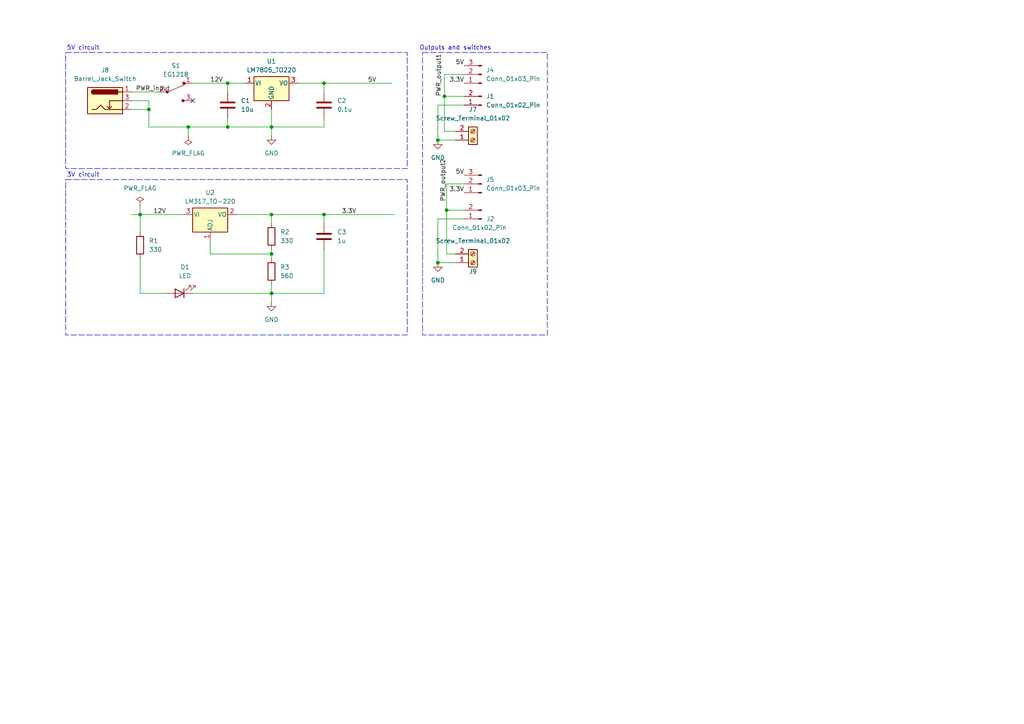
<source format=kicad_sch>
(kicad_sch
	(version 20231120)
	(generator "eeschema")
	(generator_version "8.0")
	(uuid "af2b334f-cd43-48e2-977c-5c8fa3bb11da")
	(paper "A4")
	(title_block
		(title "Bread board power supply")
		(date "2025-02-09")
		(rev "0.1")
	)
	(lib_symbols
		(symbol "Connector:Barrel_Jack_Switch"
			(pin_names hide)
			(exclude_from_sim no)
			(in_bom yes)
			(on_board yes)
			(property "Reference" "J"
				(at 0 5.334 0)
				(effects
					(font
						(size 1.27 1.27)
					)
				)
			)
			(property "Value" "Barrel_Jack_Switch"
				(at 0 -5.08 0)
				(effects
					(font
						(size 1.27 1.27)
					)
				)
			)
			(property "Footprint" ""
				(at 1.27 -1.016 0)
				(effects
					(font
						(size 1.27 1.27)
					)
					(hide yes)
				)
			)
			(property "Datasheet" "~"
				(at 1.27 -1.016 0)
				(effects
					(font
						(size 1.27 1.27)
					)
					(hide yes)
				)
			)
			(property "Description" "DC Barrel Jack with an internal switch"
				(at 0 0 0)
				(effects
					(font
						(size 1.27 1.27)
					)
					(hide yes)
				)
			)
			(property "ki_keywords" "DC power barrel jack connector"
				(at 0 0 0)
				(effects
					(font
						(size 1.27 1.27)
					)
					(hide yes)
				)
			)
			(property "ki_fp_filters" "BarrelJack*"
				(at 0 0 0)
				(effects
					(font
						(size 1.27 1.27)
					)
					(hide yes)
				)
			)
			(symbol "Barrel_Jack_Switch_0_1"
				(rectangle
					(start -5.08 3.81)
					(end 5.08 -3.81)
					(stroke
						(width 0.254)
						(type default)
					)
					(fill
						(type background)
					)
				)
				(arc
					(start -3.302 3.175)
					(mid -3.9343 2.54)
					(end -3.302 1.905)
					(stroke
						(width 0.254)
						(type default)
					)
					(fill
						(type none)
					)
				)
				(arc
					(start -3.302 3.175)
					(mid -3.9343 2.54)
					(end -3.302 1.905)
					(stroke
						(width 0.254)
						(type default)
					)
					(fill
						(type outline)
					)
				)
				(polyline
					(pts
						(xy 1.27 -2.286) (xy 1.905 -1.651)
					)
					(stroke
						(width 0.254)
						(type default)
					)
					(fill
						(type none)
					)
				)
				(polyline
					(pts
						(xy 5.08 2.54) (xy 3.81 2.54)
					)
					(stroke
						(width 0.254)
						(type default)
					)
					(fill
						(type none)
					)
				)
				(polyline
					(pts
						(xy 5.08 0) (xy 1.27 0) (xy 1.27 -2.286) (xy 0.635 -1.651)
					)
					(stroke
						(width 0.254)
						(type default)
					)
					(fill
						(type none)
					)
				)
				(polyline
					(pts
						(xy -3.81 -2.54) (xy -2.54 -2.54) (xy -1.27 -1.27) (xy 0 -2.54) (xy 2.54 -2.54) (xy 5.08 -2.54)
					)
					(stroke
						(width 0.254)
						(type default)
					)
					(fill
						(type none)
					)
				)
				(rectangle
					(start 3.683 3.175)
					(end -3.302 1.905)
					(stroke
						(width 0.254)
						(type default)
					)
					(fill
						(type outline)
					)
				)
			)
			(symbol "Barrel_Jack_Switch_1_1"
				(pin passive line
					(at 7.62 2.54 180)
					(length 2.54)
					(name "~"
						(effects
							(font
								(size 1.27 1.27)
							)
						)
					)
					(number "1"
						(effects
							(font
								(size 1.27 1.27)
							)
						)
					)
				)
				(pin passive line
					(at 7.62 -2.54 180)
					(length 2.54)
					(name "~"
						(effects
							(font
								(size 1.27 1.27)
							)
						)
					)
					(number "2"
						(effects
							(font
								(size 1.27 1.27)
							)
						)
					)
				)
				(pin passive line
					(at 7.62 0 180)
					(length 2.54)
					(name "~"
						(effects
							(font
								(size 1.27 1.27)
							)
						)
					)
					(number "3"
						(effects
							(font
								(size 1.27 1.27)
							)
						)
					)
				)
			)
		)
		(symbol "Connector:Conn_01x02_Pin"
			(pin_names
				(offset 1.016) hide)
			(exclude_from_sim no)
			(in_bom yes)
			(on_board yes)
			(property "Reference" "J"
				(at 0 2.54 0)
				(effects
					(font
						(size 1.27 1.27)
					)
				)
			)
			(property "Value" "Conn_01x02_Pin"
				(at 0 -5.08 0)
				(effects
					(font
						(size 1.27 1.27)
					)
				)
			)
			(property "Footprint" ""
				(at 0 0 0)
				(effects
					(font
						(size 1.27 1.27)
					)
					(hide yes)
				)
			)
			(property "Datasheet" "~"
				(at 0 0 0)
				(effects
					(font
						(size 1.27 1.27)
					)
					(hide yes)
				)
			)
			(property "Description" "Generic connector, single row, 01x02, script generated"
				(at 0 0 0)
				(effects
					(font
						(size 1.27 1.27)
					)
					(hide yes)
				)
			)
			(property "ki_locked" ""
				(at 0 0 0)
				(effects
					(font
						(size 1.27 1.27)
					)
				)
			)
			(property "ki_keywords" "connector"
				(at 0 0 0)
				(effects
					(font
						(size 1.27 1.27)
					)
					(hide yes)
				)
			)
			(property "ki_fp_filters" "Connector*:*_1x??_*"
				(at 0 0 0)
				(effects
					(font
						(size 1.27 1.27)
					)
					(hide yes)
				)
			)
			(symbol "Conn_01x02_Pin_1_1"
				(polyline
					(pts
						(xy 1.27 -2.54) (xy 0.8636 -2.54)
					)
					(stroke
						(width 0.1524)
						(type default)
					)
					(fill
						(type none)
					)
				)
				(polyline
					(pts
						(xy 1.27 0) (xy 0.8636 0)
					)
					(stroke
						(width 0.1524)
						(type default)
					)
					(fill
						(type none)
					)
				)
				(rectangle
					(start 0.8636 -2.413)
					(end 0 -2.667)
					(stroke
						(width 0.1524)
						(type default)
					)
					(fill
						(type outline)
					)
				)
				(rectangle
					(start 0.8636 0.127)
					(end 0 -0.127)
					(stroke
						(width 0.1524)
						(type default)
					)
					(fill
						(type outline)
					)
				)
				(pin passive line
					(at 5.08 0 180)
					(length 3.81)
					(name "Pin_1"
						(effects
							(font
								(size 1.27 1.27)
							)
						)
					)
					(number "1"
						(effects
							(font
								(size 1.27 1.27)
							)
						)
					)
				)
				(pin passive line
					(at 5.08 -2.54 180)
					(length 3.81)
					(name "Pin_2"
						(effects
							(font
								(size 1.27 1.27)
							)
						)
					)
					(number "2"
						(effects
							(font
								(size 1.27 1.27)
							)
						)
					)
				)
			)
		)
		(symbol "Connector:Conn_01x03_Pin"
			(pin_names
				(offset 1.016) hide)
			(exclude_from_sim no)
			(in_bom yes)
			(on_board yes)
			(property "Reference" "J"
				(at 0 5.08 0)
				(effects
					(font
						(size 1.27 1.27)
					)
				)
			)
			(property "Value" "Conn_01x03_Pin"
				(at 0 -5.08 0)
				(effects
					(font
						(size 1.27 1.27)
					)
				)
			)
			(property "Footprint" ""
				(at 0 0 0)
				(effects
					(font
						(size 1.27 1.27)
					)
					(hide yes)
				)
			)
			(property "Datasheet" "~"
				(at 0 0 0)
				(effects
					(font
						(size 1.27 1.27)
					)
					(hide yes)
				)
			)
			(property "Description" "Generic connector, single row, 01x03, script generated"
				(at 0 0 0)
				(effects
					(font
						(size 1.27 1.27)
					)
					(hide yes)
				)
			)
			(property "ki_locked" ""
				(at 0 0 0)
				(effects
					(font
						(size 1.27 1.27)
					)
				)
			)
			(property "ki_keywords" "connector"
				(at 0 0 0)
				(effects
					(font
						(size 1.27 1.27)
					)
					(hide yes)
				)
			)
			(property "ki_fp_filters" "Connector*:*_1x??_*"
				(at 0 0 0)
				(effects
					(font
						(size 1.27 1.27)
					)
					(hide yes)
				)
			)
			(symbol "Conn_01x03_Pin_1_1"
				(polyline
					(pts
						(xy 1.27 -2.54) (xy 0.8636 -2.54)
					)
					(stroke
						(width 0.1524)
						(type default)
					)
					(fill
						(type none)
					)
				)
				(polyline
					(pts
						(xy 1.27 0) (xy 0.8636 0)
					)
					(stroke
						(width 0.1524)
						(type default)
					)
					(fill
						(type none)
					)
				)
				(polyline
					(pts
						(xy 1.27 2.54) (xy 0.8636 2.54)
					)
					(stroke
						(width 0.1524)
						(type default)
					)
					(fill
						(type none)
					)
				)
				(rectangle
					(start 0.8636 -2.413)
					(end 0 -2.667)
					(stroke
						(width 0.1524)
						(type default)
					)
					(fill
						(type outline)
					)
				)
				(rectangle
					(start 0.8636 0.127)
					(end 0 -0.127)
					(stroke
						(width 0.1524)
						(type default)
					)
					(fill
						(type outline)
					)
				)
				(rectangle
					(start 0.8636 2.667)
					(end 0 2.413)
					(stroke
						(width 0.1524)
						(type default)
					)
					(fill
						(type outline)
					)
				)
				(pin passive line
					(at 5.08 2.54 180)
					(length 3.81)
					(name "Pin_1"
						(effects
							(font
								(size 1.27 1.27)
							)
						)
					)
					(number "1"
						(effects
							(font
								(size 1.27 1.27)
							)
						)
					)
				)
				(pin passive line
					(at 5.08 0 180)
					(length 3.81)
					(name "Pin_2"
						(effects
							(font
								(size 1.27 1.27)
							)
						)
					)
					(number "2"
						(effects
							(font
								(size 1.27 1.27)
							)
						)
					)
				)
				(pin passive line
					(at 5.08 -2.54 180)
					(length 3.81)
					(name "Pin_3"
						(effects
							(font
								(size 1.27 1.27)
							)
						)
					)
					(number "3"
						(effects
							(font
								(size 1.27 1.27)
							)
						)
					)
				)
			)
		)
		(symbol "Connector:Screw_Terminal_01x02"
			(pin_names
				(offset 1.016) hide)
			(exclude_from_sim no)
			(in_bom yes)
			(on_board yes)
			(property "Reference" "J"
				(at 0 2.54 0)
				(effects
					(font
						(size 1.27 1.27)
					)
				)
			)
			(property "Value" "Screw_Terminal_01x02"
				(at 0 -5.08 0)
				(effects
					(font
						(size 1.27 1.27)
					)
				)
			)
			(property "Footprint" ""
				(at 0 0 0)
				(effects
					(font
						(size 1.27 1.27)
					)
					(hide yes)
				)
			)
			(property "Datasheet" "~"
				(at 0 0 0)
				(effects
					(font
						(size 1.27 1.27)
					)
					(hide yes)
				)
			)
			(property "Description" "Generic screw terminal, single row, 01x02, script generated (kicad-library-utils/schlib/autogen/connector/)"
				(at 0 0 0)
				(effects
					(font
						(size 1.27 1.27)
					)
					(hide yes)
				)
			)
			(property "ki_keywords" "screw terminal"
				(at 0 0 0)
				(effects
					(font
						(size 1.27 1.27)
					)
					(hide yes)
				)
			)
			(property "ki_fp_filters" "TerminalBlock*:*"
				(at 0 0 0)
				(effects
					(font
						(size 1.27 1.27)
					)
					(hide yes)
				)
			)
			(symbol "Screw_Terminal_01x02_1_1"
				(rectangle
					(start -1.27 1.27)
					(end 1.27 -3.81)
					(stroke
						(width 0.254)
						(type default)
					)
					(fill
						(type background)
					)
				)
				(circle
					(center 0 -2.54)
					(radius 0.635)
					(stroke
						(width 0.1524)
						(type default)
					)
					(fill
						(type none)
					)
				)
				(polyline
					(pts
						(xy -0.5334 -2.2098) (xy 0.3302 -3.048)
					)
					(stroke
						(width 0.1524)
						(type default)
					)
					(fill
						(type none)
					)
				)
				(polyline
					(pts
						(xy -0.5334 0.3302) (xy 0.3302 -0.508)
					)
					(stroke
						(width 0.1524)
						(type default)
					)
					(fill
						(type none)
					)
				)
				(polyline
					(pts
						(xy -0.3556 -2.032) (xy 0.508 -2.8702)
					)
					(stroke
						(width 0.1524)
						(type default)
					)
					(fill
						(type none)
					)
				)
				(polyline
					(pts
						(xy -0.3556 0.508) (xy 0.508 -0.3302)
					)
					(stroke
						(width 0.1524)
						(type default)
					)
					(fill
						(type none)
					)
				)
				(circle
					(center 0 0)
					(radius 0.635)
					(stroke
						(width 0.1524)
						(type default)
					)
					(fill
						(type none)
					)
				)
				(pin passive line
					(at -5.08 0 0)
					(length 3.81)
					(name "Pin_1"
						(effects
							(font
								(size 1.27 1.27)
							)
						)
					)
					(number "1"
						(effects
							(font
								(size 1.27 1.27)
							)
						)
					)
				)
				(pin passive line
					(at -5.08 -2.54 0)
					(length 3.81)
					(name "Pin_2"
						(effects
							(font
								(size 1.27 1.27)
							)
						)
					)
					(number "2"
						(effects
							(font
								(size 1.27 1.27)
							)
						)
					)
				)
			)
		)
		(symbol "Device:C"
			(pin_numbers hide)
			(pin_names
				(offset 0.254)
			)
			(exclude_from_sim no)
			(in_bom yes)
			(on_board yes)
			(property "Reference" "C"
				(at 0.635 2.54 0)
				(effects
					(font
						(size 1.27 1.27)
					)
					(justify left)
				)
			)
			(property "Value" "C"
				(at 0.635 -2.54 0)
				(effects
					(font
						(size 1.27 1.27)
					)
					(justify left)
				)
			)
			(property "Footprint" ""
				(at 0.9652 -3.81 0)
				(effects
					(font
						(size 1.27 1.27)
					)
					(hide yes)
				)
			)
			(property "Datasheet" "~"
				(at 0 0 0)
				(effects
					(font
						(size 1.27 1.27)
					)
					(hide yes)
				)
			)
			(property "Description" "Unpolarized capacitor"
				(at 0 0 0)
				(effects
					(font
						(size 1.27 1.27)
					)
					(hide yes)
				)
			)
			(property "ki_keywords" "cap capacitor"
				(at 0 0 0)
				(effects
					(font
						(size 1.27 1.27)
					)
					(hide yes)
				)
			)
			(property "ki_fp_filters" "C_*"
				(at 0 0 0)
				(effects
					(font
						(size 1.27 1.27)
					)
					(hide yes)
				)
			)
			(symbol "C_0_1"
				(polyline
					(pts
						(xy -2.032 -0.762) (xy 2.032 -0.762)
					)
					(stroke
						(width 0.508)
						(type default)
					)
					(fill
						(type none)
					)
				)
				(polyline
					(pts
						(xy -2.032 0.762) (xy 2.032 0.762)
					)
					(stroke
						(width 0.508)
						(type default)
					)
					(fill
						(type none)
					)
				)
			)
			(symbol "C_1_1"
				(pin passive line
					(at 0 3.81 270)
					(length 2.794)
					(name "~"
						(effects
							(font
								(size 1.27 1.27)
							)
						)
					)
					(number "1"
						(effects
							(font
								(size 1.27 1.27)
							)
						)
					)
				)
				(pin passive line
					(at 0 -3.81 90)
					(length 2.794)
					(name "~"
						(effects
							(font
								(size 1.27 1.27)
							)
						)
					)
					(number "2"
						(effects
							(font
								(size 1.27 1.27)
							)
						)
					)
				)
			)
		)
		(symbol "Device:LED"
			(pin_numbers hide)
			(pin_names
				(offset 1.016) hide)
			(exclude_from_sim no)
			(in_bom yes)
			(on_board yes)
			(property "Reference" "D"
				(at 0 2.54 0)
				(effects
					(font
						(size 1.27 1.27)
					)
				)
			)
			(property "Value" "LED"
				(at 0 -2.54 0)
				(effects
					(font
						(size 1.27 1.27)
					)
				)
			)
			(property "Footprint" ""
				(at 0 0 0)
				(effects
					(font
						(size 1.27 1.27)
					)
					(hide yes)
				)
			)
			(property "Datasheet" "~"
				(at 0 0 0)
				(effects
					(font
						(size 1.27 1.27)
					)
					(hide yes)
				)
			)
			(property "Description" "Light emitting diode"
				(at 0 0 0)
				(effects
					(font
						(size 1.27 1.27)
					)
					(hide yes)
				)
			)
			(property "ki_keywords" "LED diode"
				(at 0 0 0)
				(effects
					(font
						(size 1.27 1.27)
					)
					(hide yes)
				)
			)
			(property "ki_fp_filters" "LED* LED_SMD:* LED_THT:*"
				(at 0 0 0)
				(effects
					(font
						(size 1.27 1.27)
					)
					(hide yes)
				)
			)
			(symbol "LED_0_1"
				(polyline
					(pts
						(xy -1.27 -1.27) (xy -1.27 1.27)
					)
					(stroke
						(width 0.254)
						(type default)
					)
					(fill
						(type none)
					)
				)
				(polyline
					(pts
						(xy -1.27 0) (xy 1.27 0)
					)
					(stroke
						(width 0)
						(type default)
					)
					(fill
						(type none)
					)
				)
				(polyline
					(pts
						(xy 1.27 -1.27) (xy 1.27 1.27) (xy -1.27 0) (xy 1.27 -1.27)
					)
					(stroke
						(width 0.254)
						(type default)
					)
					(fill
						(type none)
					)
				)
				(polyline
					(pts
						(xy -3.048 -0.762) (xy -4.572 -2.286) (xy -3.81 -2.286) (xy -4.572 -2.286) (xy -4.572 -1.524)
					)
					(stroke
						(width 0)
						(type default)
					)
					(fill
						(type none)
					)
				)
				(polyline
					(pts
						(xy -1.778 -0.762) (xy -3.302 -2.286) (xy -2.54 -2.286) (xy -3.302 -2.286) (xy -3.302 -1.524)
					)
					(stroke
						(width 0)
						(type default)
					)
					(fill
						(type none)
					)
				)
			)
			(symbol "LED_1_1"
				(pin passive line
					(at -3.81 0 0)
					(length 2.54)
					(name "K"
						(effects
							(font
								(size 1.27 1.27)
							)
						)
					)
					(number "1"
						(effects
							(font
								(size 1.27 1.27)
							)
						)
					)
				)
				(pin passive line
					(at 3.81 0 180)
					(length 2.54)
					(name "A"
						(effects
							(font
								(size 1.27 1.27)
							)
						)
					)
					(number "2"
						(effects
							(font
								(size 1.27 1.27)
							)
						)
					)
				)
			)
		)
		(symbol "Device:R"
			(pin_numbers hide)
			(pin_names
				(offset 0)
			)
			(exclude_from_sim no)
			(in_bom yes)
			(on_board yes)
			(property "Reference" "R"
				(at 2.032 0 90)
				(effects
					(font
						(size 1.27 1.27)
					)
				)
			)
			(property "Value" "R"
				(at 0 0 90)
				(effects
					(font
						(size 1.27 1.27)
					)
				)
			)
			(property "Footprint" ""
				(at -1.778 0 90)
				(effects
					(font
						(size 1.27 1.27)
					)
					(hide yes)
				)
			)
			(property "Datasheet" "~"
				(at 0 0 0)
				(effects
					(font
						(size 1.27 1.27)
					)
					(hide yes)
				)
			)
			(property "Description" "Resistor"
				(at 0 0 0)
				(effects
					(font
						(size 1.27 1.27)
					)
					(hide yes)
				)
			)
			(property "ki_keywords" "R res resistor"
				(at 0 0 0)
				(effects
					(font
						(size 1.27 1.27)
					)
					(hide yes)
				)
			)
			(property "ki_fp_filters" "R_*"
				(at 0 0 0)
				(effects
					(font
						(size 1.27 1.27)
					)
					(hide yes)
				)
			)
			(symbol "R_0_1"
				(rectangle
					(start -1.016 -2.54)
					(end 1.016 2.54)
					(stroke
						(width 0.254)
						(type default)
					)
					(fill
						(type none)
					)
				)
			)
			(symbol "R_1_1"
				(pin passive line
					(at 0 3.81 270)
					(length 1.27)
					(name "~"
						(effects
							(font
								(size 1.27 1.27)
							)
						)
					)
					(number "1"
						(effects
							(font
								(size 1.27 1.27)
							)
						)
					)
				)
				(pin passive line
					(at 0 -3.81 90)
					(length 1.27)
					(name "~"
						(effects
							(font
								(size 1.27 1.27)
							)
						)
					)
					(number "2"
						(effects
							(font
								(size 1.27 1.27)
							)
						)
					)
				)
			)
		)
		(symbol "Regulator_Linear:LM317_TO-220"
			(pin_names
				(offset 0.254)
			)
			(exclude_from_sim no)
			(in_bom yes)
			(on_board yes)
			(property "Reference" "U"
				(at -3.81 3.175 0)
				(effects
					(font
						(size 1.27 1.27)
					)
				)
			)
			(property "Value" "LM317_TO-220"
				(at 0 3.175 0)
				(effects
					(font
						(size 1.27 1.27)
					)
					(justify left)
				)
			)
			(property "Footprint" "Package_TO_SOT_THT:TO-220-3_Vertical"
				(at 0 6.35 0)
				(effects
					(font
						(size 1.27 1.27)
						(italic yes)
					)
					(hide yes)
				)
			)
			(property "Datasheet" "http://www.ti.com/lit/ds/symlink/lm317.pdf"
				(at 0 0 0)
				(effects
					(font
						(size 1.27 1.27)
					)
					(hide yes)
				)
			)
			(property "Description" "1.5A 35V Adjustable Linear Regulator, TO-220"
				(at 0 0 0)
				(effects
					(font
						(size 1.27 1.27)
					)
					(hide yes)
				)
			)
			(property "ki_keywords" "Adjustable Voltage Regulator 1A Positive"
				(at 0 0 0)
				(effects
					(font
						(size 1.27 1.27)
					)
					(hide yes)
				)
			)
			(property "ki_fp_filters" "TO?220*"
				(at 0 0 0)
				(effects
					(font
						(size 1.27 1.27)
					)
					(hide yes)
				)
			)
			(symbol "LM317_TO-220_0_1"
				(rectangle
					(start -5.08 1.905)
					(end 5.08 -5.08)
					(stroke
						(width 0.254)
						(type default)
					)
					(fill
						(type background)
					)
				)
			)
			(symbol "LM317_TO-220_1_1"
				(pin input line
					(at 0 -7.62 90)
					(length 2.54)
					(name "ADJ"
						(effects
							(font
								(size 1.27 1.27)
							)
						)
					)
					(number "1"
						(effects
							(font
								(size 1.27 1.27)
							)
						)
					)
				)
				(pin power_out line
					(at 7.62 0 180)
					(length 2.54)
					(name "VO"
						(effects
							(font
								(size 1.27 1.27)
							)
						)
					)
					(number "2"
						(effects
							(font
								(size 1.27 1.27)
							)
						)
					)
				)
				(pin power_in line
					(at -7.62 0 0)
					(length 2.54)
					(name "VI"
						(effects
							(font
								(size 1.27 1.27)
							)
						)
					)
					(number "3"
						(effects
							(font
								(size 1.27 1.27)
							)
						)
					)
				)
			)
		)
		(symbol "Regulator_Linear:LM7805_TO220"
			(pin_names
				(offset 0.254)
			)
			(exclude_from_sim no)
			(in_bom yes)
			(on_board yes)
			(property "Reference" "U"
				(at -3.81 3.175 0)
				(effects
					(font
						(size 1.27 1.27)
					)
				)
			)
			(property "Value" "LM7805_TO220"
				(at 0 3.175 0)
				(effects
					(font
						(size 1.27 1.27)
					)
					(justify left)
				)
			)
			(property "Footprint" "Package_TO_SOT_THT:TO-220-3_Vertical"
				(at 0 5.715 0)
				(effects
					(font
						(size 1.27 1.27)
						(italic yes)
					)
					(hide yes)
				)
			)
			(property "Datasheet" "https://www.onsemi.cn/PowerSolutions/document/MC7800-D.PDF"
				(at 0 -1.27 0)
				(effects
					(font
						(size 1.27 1.27)
					)
					(hide yes)
				)
			)
			(property "Description" "Positive 1A 35V Linear Regulator, Fixed Output 5V, TO-220"
				(at 0 0 0)
				(effects
					(font
						(size 1.27 1.27)
					)
					(hide yes)
				)
			)
			(property "ki_keywords" "Voltage Regulator 1A Positive"
				(at 0 0 0)
				(effects
					(font
						(size 1.27 1.27)
					)
					(hide yes)
				)
			)
			(property "ki_fp_filters" "TO?220*"
				(at 0 0 0)
				(effects
					(font
						(size 1.27 1.27)
					)
					(hide yes)
				)
			)
			(symbol "LM7805_TO220_0_1"
				(rectangle
					(start -5.08 1.905)
					(end 5.08 -5.08)
					(stroke
						(width 0.254)
						(type default)
					)
					(fill
						(type background)
					)
				)
			)
			(symbol "LM7805_TO220_1_1"
				(pin power_in line
					(at -7.62 0 0)
					(length 2.54)
					(name "VI"
						(effects
							(font
								(size 1.27 1.27)
							)
						)
					)
					(number "1"
						(effects
							(font
								(size 1.27 1.27)
							)
						)
					)
				)
				(pin power_in line
					(at 0 -7.62 90)
					(length 2.54)
					(name "GND"
						(effects
							(font
								(size 1.27 1.27)
							)
						)
					)
					(number "2"
						(effects
							(font
								(size 1.27 1.27)
							)
						)
					)
				)
				(pin power_out line
					(at 7.62 0 180)
					(length 2.54)
					(name "VO"
						(effects
							(font
								(size 1.27 1.27)
							)
						)
					)
					(number "3"
						(effects
							(font
								(size 1.27 1.27)
							)
						)
					)
				)
			)
		)
		(symbol "dk_Slide-Switches:EG1218"
			(pin_names
				(offset 0)
			)
			(exclude_from_sim no)
			(in_bom yes)
			(on_board yes)
			(property "Reference" "S"
				(at -3.81 2.286 0)
				(effects
					(font
						(size 1.27 1.27)
					)
				)
			)
			(property "Value" "EG1218"
				(at 0 -5.334 0)
				(effects
					(font
						(size 1.27 1.27)
					)
				)
			)
			(property "Footprint" "digikey-footprints:Switch_Slide_11.6x4mm_EG1218"
				(at 5.08 5.08 0)
				(effects
					(font
						(size 1.27 1.27)
					)
					(justify left)
					(hide yes)
				)
			)
			(property "Datasheet" "http://spec_sheets.e-switch.com/specs/P040040.pdf"
				(at 5.08 7.62 0)
				(effects
					(font
						(size 1.524 1.524)
					)
					(justify left)
					(hide yes)
				)
			)
			(property "Description" "SWITCH SLIDE SPDT 200MA 30V"
				(at 0 0 0)
				(effects
					(font
						(size 1.27 1.27)
					)
					(hide yes)
				)
			)
			(property "Digi-Key_PN" "EG1903-ND"
				(at 5.08 10.16 0)
				(effects
					(font
						(size 1.524 1.524)
					)
					(justify left)
					(hide yes)
				)
			)
			(property "MPN" "EG1218"
				(at 5.08 12.7 0)
				(effects
					(font
						(size 1.524 1.524)
					)
					(justify left)
					(hide yes)
				)
			)
			(property "Category" "Switches"
				(at 5.08 15.24 0)
				(effects
					(font
						(size 1.524 1.524)
					)
					(justify left)
					(hide yes)
				)
			)
			(property "Family" "Slide Switches"
				(at 5.08 17.78 0)
				(effects
					(font
						(size 1.524 1.524)
					)
					(justify left)
					(hide yes)
				)
			)
			(property "DK_Datasheet_Link" "http://spec_sheets.e-switch.com/specs/P040040.pdf"
				(at 5.08 20.32 0)
				(effects
					(font
						(size 1.524 1.524)
					)
					(justify left)
					(hide yes)
				)
			)
			(property "DK_Detail_Page" "/product-detail/en/e-switch/EG1218/EG1903-ND/101726"
				(at 5.08 22.86 0)
				(effects
					(font
						(size 1.524 1.524)
					)
					(justify left)
					(hide yes)
				)
			)
			(property "Description_1" "SWITCH SLIDE SPDT 200MA 30V"
				(at 5.08 25.4 0)
				(effects
					(font
						(size 1.524 1.524)
					)
					(justify left)
					(hide yes)
				)
			)
			(property "Manufacturer" "E-Switch"
				(at 5.08 27.94 0)
				(effects
					(font
						(size 1.524 1.524)
					)
					(justify left)
					(hide yes)
				)
			)
			(property "Status" "Active"
				(at 5.08 30.48 0)
				(effects
					(font
						(size 1.524 1.524)
					)
					(justify left)
					(hide yes)
				)
			)
			(property "ki_keywords" "EG1903-ND EG"
				(at 0 0 0)
				(effects
					(font
						(size 1.27 1.27)
					)
					(hide yes)
				)
			)
			(symbol "EG1218_0_1"
				(circle
					(center -2.286 0)
					(radius 0.3556)
					(stroke
						(width 0)
						(type solid)
					)
					(fill
						(type outline)
					)
				)
				(polyline
					(pts
						(xy -2.032 0) (xy 3.048 2.286)
					)
					(stroke
						(width 0)
						(type solid)
					)
					(fill
						(type none)
					)
				)
				(circle
					(center 2.286 -2.54)
					(radius 0.3556)
					(stroke
						(width 0)
						(type solid)
					)
					(fill
						(type outline)
					)
				)
				(circle
					(center 2.54 2.54)
					(radius 0.3556)
					(stroke
						(width 0)
						(type solid)
					)
					(fill
						(type outline)
					)
				)
			)
			(symbol "EG1218_1_1"
				(pin passive line
					(at 5.08 2.54 180)
					(length 2.54)
					(name "~"
						(effects
							(font
								(size 1.27 1.27)
							)
						)
					)
					(number "1"
						(effects
							(font
								(size 1.27 1.27)
							)
						)
					)
				)
				(pin passive line
					(at -5.08 0 0)
					(length 2.54)
					(name "~"
						(effects
							(font
								(size 1.27 1.27)
							)
						)
					)
					(number "2"
						(effects
							(font
								(size 1.27 1.27)
							)
						)
					)
				)
				(pin passive line
					(at 5.08 -2.54 180)
					(length 2.54)
					(name "~"
						(effects
							(font
								(size 1.27 1.27)
							)
						)
					)
					(number "3"
						(effects
							(font
								(size 1.27 1.27)
							)
						)
					)
				)
			)
		)
		(symbol "power:GND"
			(power)
			(pin_numbers hide)
			(pin_names
				(offset 0) hide)
			(exclude_from_sim no)
			(in_bom yes)
			(on_board yes)
			(property "Reference" "#PWR"
				(at 0 -6.35 0)
				(effects
					(font
						(size 1.27 1.27)
					)
					(hide yes)
				)
			)
			(property "Value" "GND"
				(at 0 -3.81 0)
				(effects
					(font
						(size 1.27 1.27)
					)
				)
			)
			(property "Footprint" ""
				(at 0 0 0)
				(effects
					(font
						(size 1.27 1.27)
					)
					(hide yes)
				)
			)
			(property "Datasheet" ""
				(at 0 0 0)
				(effects
					(font
						(size 1.27 1.27)
					)
					(hide yes)
				)
			)
			(property "Description" "Power symbol creates a global label with name \"GND\" , ground"
				(at 0 0 0)
				(effects
					(font
						(size 1.27 1.27)
					)
					(hide yes)
				)
			)
			(property "ki_keywords" "global power"
				(at 0 0 0)
				(effects
					(font
						(size 1.27 1.27)
					)
					(hide yes)
				)
			)
			(symbol "GND_0_1"
				(polyline
					(pts
						(xy 0 0) (xy 0 -1.27) (xy 1.27 -1.27) (xy 0 -2.54) (xy -1.27 -1.27) (xy 0 -1.27)
					)
					(stroke
						(width 0)
						(type default)
					)
					(fill
						(type none)
					)
				)
			)
			(symbol "GND_1_1"
				(pin power_in line
					(at 0 0 270)
					(length 0)
					(name "~"
						(effects
							(font
								(size 1.27 1.27)
							)
						)
					)
					(number "1"
						(effects
							(font
								(size 1.27 1.27)
							)
						)
					)
				)
			)
		)
		(symbol "power:PWR_FLAG"
			(power)
			(pin_numbers hide)
			(pin_names
				(offset 0) hide)
			(exclude_from_sim no)
			(in_bom yes)
			(on_board yes)
			(property "Reference" "#FLG"
				(at 0 1.905 0)
				(effects
					(font
						(size 1.27 1.27)
					)
					(hide yes)
				)
			)
			(property "Value" "PWR_FLAG"
				(at 0 3.81 0)
				(effects
					(font
						(size 1.27 1.27)
					)
				)
			)
			(property "Footprint" ""
				(at 0 0 0)
				(effects
					(font
						(size 1.27 1.27)
					)
					(hide yes)
				)
			)
			(property "Datasheet" "~"
				(at 0 0 0)
				(effects
					(font
						(size 1.27 1.27)
					)
					(hide yes)
				)
			)
			(property "Description" "Special symbol for telling ERC where power comes from"
				(at 0 0 0)
				(effects
					(font
						(size 1.27 1.27)
					)
					(hide yes)
				)
			)
			(property "ki_keywords" "flag power"
				(at 0 0 0)
				(effects
					(font
						(size 1.27 1.27)
					)
					(hide yes)
				)
			)
			(symbol "PWR_FLAG_0_0"
				(pin power_out line
					(at 0 0 90)
					(length 0)
					(name "~"
						(effects
							(font
								(size 1.27 1.27)
							)
						)
					)
					(number "1"
						(effects
							(font
								(size 1.27 1.27)
							)
						)
					)
				)
			)
			(symbol "PWR_FLAG_0_1"
				(polyline
					(pts
						(xy 0 0) (xy 0 1.27) (xy -1.016 1.905) (xy 0 2.54) (xy 1.016 1.905) (xy 0 1.27)
					)
					(stroke
						(width 0)
						(type default)
					)
					(fill
						(type none)
					)
				)
			)
		)
	)
	(junction
		(at 40.64 62.23)
		(diameter 0)
		(color 0 0 0 0)
		(uuid "011d4316-f7df-4497-aedf-550816ee6ce0")
	)
	(junction
		(at 93.98 24.13)
		(diameter 0)
		(color 0 0 0 0)
		(uuid "12303a09-63d9-427f-8fda-15bbc9ad2148")
	)
	(junction
		(at 66.04 36.83)
		(diameter 0)
		(color 0 0 0 0)
		(uuid "19fd47d6-2ad4-4e55-94a5-8308c47593c6")
	)
	(junction
		(at 127 76.2)
		(diameter 0)
		(color 0 0 0 0)
		(uuid "3e5b4a7a-e9cf-42cd-92fd-2c97c71d4641")
	)
	(junction
		(at 93.98 62.23)
		(diameter 0)
		(color 0 0 0 0)
		(uuid "3f110128-42d6-454b-b3d2-39468956986b")
	)
	(junction
		(at 78.74 73.66)
		(diameter 0)
		(color 0 0 0 0)
		(uuid "7629dd06-6fc6-4a39-ac71-6c52f035ed5a")
	)
	(junction
		(at 78.74 36.83)
		(diameter 0)
		(color 0 0 0 0)
		(uuid "83241b44-5b22-46d4-9aec-f7b3ccf453e5")
	)
	(junction
		(at 127 40.64)
		(diameter 0)
		(color 0 0 0 0)
		(uuid "98569a98-a0e1-4697-a986-a28b7439aa13")
	)
	(junction
		(at 78.74 62.23)
		(diameter 0)
		(color 0 0 0 0)
		(uuid "9c3f43a2-597f-4d87-a707-8e008bc90961")
	)
	(junction
		(at 128.905 27.94)
		(diameter 0)
		(color 0 0 0 0)
		(uuid "a1c6af22-92d2-4ac8-b415-ad5e77ba865d")
	)
	(junction
		(at 54.61 36.83)
		(diameter 0)
		(color 0 0 0 0)
		(uuid "aa015989-76b5-44c7-92f0-af58c547463a")
	)
	(junction
		(at 43.18 31.75)
		(diameter 0)
		(color 0 0 0 0)
		(uuid "af6b00ed-0c2c-442c-a19e-7799b2c3c28b")
	)
	(junction
		(at 129.54 60.96)
		(diameter 0)
		(color 0 0 0 0)
		(uuid "ca663757-fdbd-489d-bf9c-10de8d0e9291")
	)
	(junction
		(at 66.04 24.13)
		(diameter 0)
		(color 0 0 0 0)
		(uuid "e569253a-744f-4e82-94ff-62163f2b22c1")
	)
	(junction
		(at 78.74 85.09)
		(diameter 0)
		(color 0 0 0 0)
		(uuid "e99a7d3d-03fa-418e-8d63-cfd48b1184d4")
	)
	(no_connect
		(at 55.88 29.21)
		(uuid "d28c35b3-3276-4bb0-b496-7e2ae9cae977")
	)
	(wire
		(pts
			(xy 93.98 62.23) (xy 114.3 62.23)
		)
		(stroke
			(width 0)
			(type default)
		)
		(uuid "0296765a-3716-4c6c-93a1-a7c6be9eeeed")
	)
	(wire
		(pts
			(xy 93.98 24.13) (xy 113.665 24.13)
		)
		(stroke
			(width 0)
			(type default)
		)
		(uuid "04c1e741-461a-4405-b370-47e7cebb3c7a")
	)
	(wire
		(pts
			(xy 40.64 62.23) (xy 40.64 67.31)
		)
		(stroke
			(width 0)
			(type default)
		)
		(uuid "05d63d6a-2e75-48e4-bc6b-fee660e6ca86")
	)
	(wire
		(pts
			(xy 40.64 74.93) (xy 40.64 85.09)
		)
		(stroke
			(width 0)
			(type default)
		)
		(uuid "0b6d7983-ff3c-49bf-b597-8965753fa5ba")
	)
	(wire
		(pts
			(xy 38.1 26.67) (xy 45.72 26.67)
		)
		(stroke
			(width 0)
			(type default)
		)
		(uuid "14e32e80-aad0-4696-b29b-0f39eba87322")
	)
	(wire
		(pts
			(xy 78.74 72.39) (xy 78.74 73.66)
		)
		(stroke
			(width 0)
			(type default)
		)
		(uuid "1f714074-4e5e-4539-aca3-1c8ed82deb66")
	)
	(wire
		(pts
			(xy 93.98 62.23) (xy 93.98 64.77)
		)
		(stroke
			(width 0)
			(type default)
		)
		(uuid "22fd7515-5d91-4acb-8aaa-640d688aac35")
	)
	(wire
		(pts
			(xy 66.04 24.13) (xy 71.12 24.13)
		)
		(stroke
			(width 0)
			(type default)
		)
		(uuid "30df9ea9-a8a9-4e2e-8bf9-ff6dc70c7f16")
	)
	(wire
		(pts
			(xy 127 76.2) (xy 132.08 76.2)
		)
		(stroke
			(width 0)
			(type default)
		)
		(uuid "3320069a-65d5-47dd-997c-0e85c1ea81f6")
	)
	(wire
		(pts
			(xy 78.74 85.09) (xy 93.98 85.09)
		)
		(stroke
			(width 0)
			(type default)
		)
		(uuid "35944931-86f8-499b-bc89-5e2c6c9b95c7")
	)
	(wire
		(pts
			(xy 128.27 27.94) (xy 128.905 27.94)
		)
		(stroke
			(width 0)
			(type default)
		)
		(uuid "37f80547-7505-4d88-a5b8-debb4826c9e2")
	)
	(wire
		(pts
			(xy 78.74 39.37) (xy 78.74 36.83)
		)
		(stroke
			(width 0)
			(type default)
		)
		(uuid "399c75df-ba07-41d4-b024-d97f3281152b")
	)
	(wire
		(pts
			(xy 134.62 63.5) (xy 127 63.5)
		)
		(stroke
			(width 0)
			(type default)
		)
		(uuid "4ed3064a-8674-41fc-a6d4-df70619b5b0f")
	)
	(wire
		(pts
			(xy 66.04 34.29) (xy 66.04 36.83)
		)
		(stroke
			(width 0)
			(type default)
		)
		(uuid "504ae58a-0c80-416a-b909-91646f1fe68c")
	)
	(wire
		(pts
			(xy 66.04 36.83) (xy 78.74 36.83)
		)
		(stroke
			(width 0)
			(type default)
		)
		(uuid "51b7780b-a386-441c-882d-0e24f0445f5f")
	)
	(wire
		(pts
			(xy 78.74 31.75) (xy 78.74 36.83)
		)
		(stroke
			(width 0)
			(type default)
		)
		(uuid "562f2a41-4b72-4003-aef6-6f4df9e0d787")
	)
	(wire
		(pts
			(xy 60.96 69.85) (xy 60.96 73.66)
		)
		(stroke
			(width 0)
			(type default)
		)
		(uuid "5add4356-f97f-46dc-9cfb-49962bffe34c")
	)
	(wire
		(pts
			(xy 66.04 26.67) (xy 66.04 24.13)
		)
		(stroke
			(width 0)
			(type default)
		)
		(uuid "5af11c01-707a-44ce-932e-eff7095bda06")
	)
	(wire
		(pts
			(xy 60.96 73.66) (xy 78.74 73.66)
		)
		(stroke
			(width 0)
			(type default)
		)
		(uuid "5c9cd29e-248d-4de8-9a56-a032a3625593")
	)
	(wire
		(pts
			(xy 134.62 21.59) (xy 128.905 21.59)
		)
		(stroke
			(width 0)
			(type default)
		)
		(uuid "5ce7a725-3999-444f-9cda-5cfca4d8e977")
	)
	(wire
		(pts
			(xy 128.905 27.94) (xy 134.62 27.94)
		)
		(stroke
			(width 0)
			(type default)
		)
		(uuid "67c98230-2a94-400e-a260-25c935ebd3a3")
	)
	(wire
		(pts
			(xy 127 63.5) (xy 127 76.2)
		)
		(stroke
			(width 0)
			(type default)
		)
		(uuid "6ba8641b-7dd6-40df-beb7-abe309d7bb33")
	)
	(wire
		(pts
			(xy 132.08 73.66) (xy 129.54 73.66)
		)
		(stroke
			(width 0)
			(type default)
		)
		(uuid "6e3496cb-b7ef-4f27-947c-d1e0fb580198")
	)
	(wire
		(pts
			(xy 68.58 62.23) (xy 78.74 62.23)
		)
		(stroke
			(width 0)
			(type default)
		)
		(uuid "7060b3b9-b1ee-40ce-846f-57976dbe67d4")
	)
	(wire
		(pts
			(xy 129.54 53.34) (xy 129.54 60.96)
		)
		(stroke
			(width 0)
			(type default)
		)
		(uuid "736a35fc-eb29-4667-ba2b-7c75af44037c")
	)
	(wire
		(pts
			(xy 78.74 62.23) (xy 78.74 64.77)
		)
		(stroke
			(width 0)
			(type default)
		)
		(uuid "76291692-22ff-4e0f-8c90-d54e2586c39a")
	)
	(wire
		(pts
			(xy 55.88 85.09) (xy 78.74 85.09)
		)
		(stroke
			(width 0)
			(type default)
		)
		(uuid "7c898d36-9d40-4051-88ab-78e15f3ad8ad")
	)
	(wire
		(pts
			(xy 93.98 24.13) (xy 93.98 26.67)
		)
		(stroke
			(width 0)
			(type default)
		)
		(uuid "7cc24c20-280f-44f4-b330-3df08e10d405")
	)
	(wire
		(pts
			(xy 43.18 36.83) (xy 54.61 36.83)
		)
		(stroke
			(width 0)
			(type default)
		)
		(uuid "8130e9ba-cd28-4d63-8f94-6ecdfe58d36a")
	)
	(wire
		(pts
			(xy 43.18 29.21) (xy 43.18 31.75)
		)
		(stroke
			(width 0)
			(type default)
		)
		(uuid "816b6877-1852-4dad-83e7-7aa7347994b7")
	)
	(wire
		(pts
			(xy 132.08 38.1) (xy 128.905 38.1)
		)
		(stroke
			(width 0)
			(type default)
		)
		(uuid "82cdefb0-6a32-4721-95ac-44604a353356")
	)
	(wire
		(pts
			(xy 93.98 72.39) (xy 93.98 85.09)
		)
		(stroke
			(width 0)
			(type default)
		)
		(uuid "86e1731b-ea6c-4f4f-8e21-6690e16a2d77")
	)
	(wire
		(pts
			(xy 134.62 53.34) (xy 129.54 53.34)
		)
		(stroke
			(width 0)
			(type default)
		)
		(uuid "8f61f0c6-5948-4c8d-b36a-9715df3520fd")
	)
	(wire
		(pts
			(xy 128.905 21.59) (xy 128.905 27.94)
		)
		(stroke
			(width 0)
			(type default)
		)
		(uuid "95db7923-8052-4c37-8a4a-2a9ae9773eda")
	)
	(wire
		(pts
			(xy 129.54 60.96) (xy 134.62 60.96)
		)
		(stroke
			(width 0)
			(type default)
		)
		(uuid "991a6752-bdfd-4ae7-9af8-74e8fa8b7ca2")
	)
	(wire
		(pts
			(xy 38.1 31.75) (xy 43.18 31.75)
		)
		(stroke
			(width 0)
			(type default)
		)
		(uuid "9e88ea30-4d12-4bd8-ae4e-2f64f59ad195")
	)
	(wire
		(pts
			(xy 38.1 62.23) (xy 40.64 62.23)
		)
		(stroke
			(width 0)
			(type default)
		)
		(uuid "a3d924f9-d2e9-459c-bde4-08652c0999db")
	)
	(wire
		(pts
			(xy 78.74 73.66) (xy 78.74 74.93)
		)
		(stroke
			(width 0)
			(type default)
		)
		(uuid "a872b1c2-7083-4d18-9e64-394ca0b0e7d3")
	)
	(wire
		(pts
			(xy 40.64 62.23) (xy 53.34 62.23)
		)
		(stroke
			(width 0)
			(type default)
		)
		(uuid "acbd04a5-349b-48e6-858f-d5de1733aee3")
	)
	(wire
		(pts
			(xy 48.26 85.09) (xy 40.64 85.09)
		)
		(stroke
			(width 0)
			(type default)
		)
		(uuid "ae258811-c36e-45c9-a4fc-9f53746b6509")
	)
	(wire
		(pts
			(xy 54.61 39.37) (xy 54.61 36.83)
		)
		(stroke
			(width 0)
			(type default)
		)
		(uuid "b0d5f45b-c415-4b99-957c-dac48e0a010b")
	)
	(wire
		(pts
			(xy 78.74 36.83) (xy 93.98 36.83)
		)
		(stroke
			(width 0)
			(type default)
		)
		(uuid "b59787c2-5f04-465f-b719-c722572c7ae7")
	)
	(wire
		(pts
			(xy 129.54 73.66) (xy 129.54 60.96)
		)
		(stroke
			(width 0)
			(type default)
		)
		(uuid "b95496cd-a434-4d0e-a968-54b101bcccc9")
	)
	(wire
		(pts
			(xy 78.74 82.55) (xy 78.74 85.09)
		)
		(stroke
			(width 0)
			(type default)
		)
		(uuid "bd7128bf-3791-4989-be15-337fad8e0d63")
	)
	(wire
		(pts
			(xy 55.88 24.13) (xy 66.04 24.13)
		)
		(stroke
			(width 0)
			(type default)
		)
		(uuid "c033a927-b592-4204-bf93-1b1945736089")
	)
	(wire
		(pts
			(xy 78.74 85.09) (xy 78.74 87.63)
		)
		(stroke
			(width 0)
			(type default)
		)
		(uuid "d2792497-3c45-4dfe-be44-994581e6e859")
	)
	(wire
		(pts
			(xy 38.1 29.21) (xy 43.18 29.21)
		)
		(stroke
			(width 0)
			(type default)
		)
		(uuid "dee557d5-a8da-417f-88b9-df01b1e18b03")
	)
	(wire
		(pts
			(xy 40.64 59.69) (xy 40.64 62.23)
		)
		(stroke
			(width 0)
			(type default)
		)
		(uuid "dfa4938f-931a-41f8-a398-47c85ec57292")
	)
	(wire
		(pts
			(xy 78.74 62.23) (xy 93.98 62.23)
		)
		(stroke
			(width 0)
			(type default)
		)
		(uuid "e1994b28-5161-474c-a9c6-37bf9bbfe462")
	)
	(wire
		(pts
			(xy 128.905 38.1) (xy 128.905 27.94)
		)
		(stroke
			(width 0)
			(type default)
		)
		(uuid "e27eea09-5572-4d06-b4ea-61841f839cee")
	)
	(wire
		(pts
			(xy 54.61 36.83) (xy 66.04 36.83)
		)
		(stroke
			(width 0)
			(type default)
		)
		(uuid "e7722639-6ddb-480d-93e2-dcc2ce2287fd")
	)
	(wire
		(pts
			(xy 93.98 34.29) (xy 93.98 36.83)
		)
		(stroke
			(width 0)
			(type default)
		)
		(uuid "e9c5435b-2db0-4e91-85d2-67164d7c7cf8")
	)
	(wire
		(pts
			(xy 86.36 24.13) (xy 93.98 24.13)
		)
		(stroke
			(width 0)
			(type default)
		)
		(uuid "ee1e76a0-98d7-4986-a423-b06418ca2ba4")
	)
	(wire
		(pts
			(xy 134.62 30.48) (xy 127 30.48)
		)
		(stroke
			(width 0)
			(type default)
		)
		(uuid "f0b61342-8fce-450c-b3a7-bd59fccb181f")
	)
	(wire
		(pts
			(xy 43.18 31.75) (xy 43.18 36.83)
		)
		(stroke
			(width 0)
			(type default)
		)
		(uuid "f4b8cc3f-9717-454c-a78d-1a9b0aa6f33f")
	)
	(wire
		(pts
			(xy 127 40.64) (xy 132.08 40.64)
		)
		(stroke
			(width 0)
			(type default)
		)
		(uuid "f5f2a85f-18d4-4e2f-babc-77e8717c93f7")
	)
	(wire
		(pts
			(xy 127 30.48) (xy 127 40.64)
		)
		(stroke
			(width 0)
			(type default)
		)
		(uuid "fc2ba047-0a24-4e8e-92ad-c714cf9e8a0c")
	)
	(rectangle
		(start 19.05 15.24)
		(end 118.11 48.895)
		(stroke
			(width 0)
			(type dash)
		)
		(fill
			(type none)
		)
		(uuid 7d7bde3e-4ad6-470f-b983-0896d7451ba1)
	)
	(rectangle
		(start 19.05 52.07)
		(end 118.11 97.155)
		(stroke
			(width 0)
			(type dash)
		)
		(fill
			(type none)
		)
		(uuid af166b97-68bb-4e46-8290-7f37707c2f76)
	)
	(rectangle
		(start 122.555 15.24)
		(end 158.75 97.155)
		(stroke
			(width 0)
			(type dash)
		)
		(fill
			(type none)
		)
		(uuid c767a9ed-f185-4141-9f63-ccfab8fa2695)
	)
	(text "Outputs and switches"
		(exclude_from_sim no)
		(at 132.08 13.97 0)
		(effects
			(font
				(size 1.27 1.27)
			)
		)
		(uuid "11dfd4a8-e84e-4d02-acea-d6b6290a393d")
	)
	(text "3V circuit\n"
		(exclude_from_sim no)
		(at 24.13 50.8 0)
		(effects
			(font
				(size 1.27 1.27)
			)
		)
		(uuid "20da7aa0-e415-440b-812d-b8a5b0ae1d75")
	)
	(text "5V circuit\n"
		(exclude_from_sim no)
		(at 24.13 13.97 0)
		(effects
			(font
				(size 1.27 1.27)
			)
		)
		(uuid "691689cc-80d4-4307-bf1e-95867d2f8365")
	)
	(label "PWR_output1"
		(at 128.27 27.94 90)
		(effects
			(font
				(size 1.27 1.27)
			)
			(justify left bottom)
		)
		(uuid "01fce9f7-b7b9-46e9-aea4-6ac7e685df9c")
	)
	(label "5V"
		(at 106.68 24.13 0)
		(effects
			(font
				(size 1.27 1.27)
			)
			(justify left bottom)
		)
		(uuid "043993a5-547b-4452-a58e-3f2020ccfd80")
	)
	(label "12V"
		(at 60.96 24.13 0)
		(effects
			(font
				(size 1.27 1.27)
			)
			(justify left bottom)
		)
		(uuid "1e95a540-2d25-4fb3-b208-0caf16028dcb")
	)
	(label "5V"
		(at 134.62 50.8 180)
		(effects
			(font
				(size 1.27 1.27)
			)
			(justify right bottom)
		)
		(uuid "39f31525-20ce-4785-89ed-b4bd4d317261")
	)
	(label "3.3V"
		(at 134.62 24.13 180)
		(effects
			(font
				(size 1.27 1.27)
			)
			(justify right bottom)
		)
		(uuid "3d0effa7-c372-460c-bd3f-bfb651946898")
	)
	(label "PWR_input"
		(at 39.37 26.67 0)
		(effects
			(font
				(size 1.27 1.27)
			)
			(justify left bottom)
		)
		(uuid "6ddac4d7-3909-4b4e-a436-8519b0b7980b")
	)
	(label "PWR_output2"
		(at 129.54 58.42 90)
		(effects
			(font
				(size 1.27 1.27)
			)
			(justify left bottom)
		)
		(uuid "740acd56-9983-473f-a26d-af60cbaa6006")
	)
	(label "5V"
		(at 134.62 19.05 180)
		(effects
			(font
				(size 1.27 1.27)
			)
			(justify right bottom)
		)
		(uuid "a116924e-57aa-4da5-b3f0-2bedc45f5e9c")
	)
	(label "3.3V"
		(at 99.06 62.23 0)
		(effects
			(font
				(size 1.27 1.27)
			)
			(justify left bottom)
		)
		(uuid "aeb71a12-bec0-4e2a-97c6-432a54b11d56")
	)
	(label "12V"
		(at 44.45 62.23 0)
		(effects
			(font
				(size 1.27 1.27)
			)
			(justify left bottom)
		)
		(uuid "b717d713-dfca-4057-b78f-a61965d43c10")
	)
	(label "3.3V"
		(at 134.62 55.88 180)
		(effects
			(font
				(size 1.27 1.27)
			)
			(justify right bottom)
		)
		(uuid "d33989b1-bbfa-4435-85d3-88d229cfb8ce")
	)
	(symbol
		(lib_id "Connector:Conn_01x03_Pin")
		(at 139.7 21.59 180)
		(unit 1)
		(exclude_from_sim no)
		(in_bom yes)
		(on_board yes)
		(dnp no)
		(fields_autoplaced yes)
		(uuid "081b26c2-f87b-4e06-bce9-5f4fff2702ac")
		(property "Reference" "J4"
			(at 140.97 20.3199 0)
			(effects
				(font
					(size 1.27 1.27)
				)
				(justify right)
			)
		)
		(property "Value" "Conn_01x03_Pin"
			(at 140.97 22.8599 0)
			(effects
				(font
					(size 1.27 1.27)
				)
				(justify right)
			)
		)
		(property "Footprint" "Connector_PinHeader_2.54mm:PinHeader_1x03_P2.54mm_Vertical"
			(at 139.7 21.59 0)
			(effects
				(font
					(size 1.27 1.27)
				)
				(hide yes)
			)
		)
		(property "Datasheet" "~"
			(at 139.7 21.59 0)
			(effects
				(font
					(size 1.27 1.27)
				)
				(hide yes)
			)
		)
		(property "Description" "Generic connector, single row, 01x03, script generated"
			(at 139.7 21.59 0)
			(effects
				(font
					(size 1.27 1.27)
				)
				(hide yes)
			)
		)
		(pin "3"
			(uuid "6b8c00c7-6098-4541-bd83-058abbdcf3df")
		)
		(pin "1"
			(uuid "31bb1fb2-9df9-41bd-bb24-295dd12fbf92")
		)
		(pin "2"
			(uuid "8e7389bd-5fd4-4e5c-95dc-b0216a0ec95d")
		)
		(instances
			(project ""
				(path "/af2b334f-cd43-48e2-977c-5c8fa3bb11da"
					(reference "J4")
					(unit 1)
				)
			)
		)
	)
	(symbol
		(lib_id "Device:R")
		(at 78.74 68.58 180)
		(unit 1)
		(exclude_from_sim no)
		(in_bom yes)
		(on_board yes)
		(dnp no)
		(fields_autoplaced yes)
		(uuid "0f7fc8a6-8f82-4686-bdba-e3305a7719f7")
		(property "Reference" "R2"
			(at 81.28 67.3099 0)
			(effects
				(font
					(size 1.27 1.27)
				)
				(justify right)
			)
		)
		(property "Value" "330"
			(at 81.28 69.8499 0)
			(effects
				(font
					(size 1.27 1.27)
				)
				(justify right)
			)
		)
		(property "Footprint" "Resistor_THT:R_Axial_DIN0204_L3.6mm_D1.6mm_P7.62mm_Horizontal"
			(at 80.518 68.58 90)
			(effects
				(font
					(size 1.27 1.27)
				)
				(hide yes)
			)
		)
		(property "Datasheet" "~"
			(at 78.74 68.58 0)
			(effects
				(font
					(size 1.27 1.27)
				)
				(hide yes)
			)
		)
		(property "Description" "Resistor"
			(at 78.74 68.58 0)
			(effects
				(font
					(size 1.27 1.27)
				)
				(hide yes)
			)
		)
		(pin "1"
			(uuid "6e4d80ed-5c44-4750-b321-c946aad8b774")
		)
		(pin "2"
			(uuid "f17c9eb4-d435-4f56-9ab9-2a2f0cbf9bfd")
		)
		(instances
			(project "bread_board_PS"
				(path "/af2b334f-cd43-48e2-977c-5c8fa3bb11da"
					(reference "R2")
					(unit 1)
				)
			)
		)
	)
	(symbol
		(lib_id "Device:R")
		(at 78.74 78.74 180)
		(unit 1)
		(exclude_from_sim no)
		(in_bom yes)
		(on_board yes)
		(dnp no)
		(fields_autoplaced yes)
		(uuid "11b24275-5a83-4099-9c83-ebe443e7fede")
		(property "Reference" "R3"
			(at 81.28 77.4699 0)
			(effects
				(font
					(size 1.27 1.27)
				)
				(justify right)
			)
		)
		(property "Value" "560"
			(at 81.28 80.0099 0)
			(effects
				(font
					(size 1.27 1.27)
				)
				(justify right)
			)
		)
		(property "Footprint" "Resistor_THT:R_Axial_DIN0204_L3.6mm_D1.6mm_P7.62mm_Horizontal"
			(at 80.518 78.74 90)
			(effects
				(font
					(size 1.27 1.27)
				)
				(hide yes)
			)
		)
		(property "Datasheet" "~"
			(at 78.74 78.74 0)
			(effects
				(font
					(size 1.27 1.27)
				)
				(hide yes)
			)
		)
		(property "Description" "Resistor"
			(at 78.74 78.74 0)
			(effects
				(font
					(size 1.27 1.27)
				)
				(hide yes)
			)
		)
		(pin "1"
			(uuid "0c68520b-ff22-4683-8f9a-48642ef04169")
		)
		(pin "2"
			(uuid "c655eb7e-27d8-4d8d-9e0e-394049738227")
		)
		(instances
			(project "bread_board_PS"
				(path "/af2b334f-cd43-48e2-977c-5c8fa3bb11da"
					(reference "R3")
					(unit 1)
				)
			)
		)
	)
	(symbol
		(lib_id "Device:C")
		(at 93.98 68.58 0)
		(unit 1)
		(exclude_from_sim no)
		(in_bom yes)
		(on_board yes)
		(dnp no)
		(fields_autoplaced yes)
		(uuid "15746ba1-c93c-4cd1-8fea-460e649c1684")
		(property "Reference" "C3"
			(at 97.79 67.3099 0)
			(effects
				(font
					(size 1.27 1.27)
				)
				(justify left)
			)
		)
		(property "Value" "1u"
			(at 97.79 69.8499 0)
			(effects
				(font
					(size 1.27 1.27)
				)
				(justify left)
			)
		)
		(property "Footprint" "Capacitor_THT:C_Disc_D3.0mm_W1.6mm_P2.50mm"
			(at 94.9452 72.39 0)
			(effects
				(font
					(size 1.27 1.27)
				)
				(hide yes)
			)
		)
		(property "Datasheet" "~"
			(at 93.98 68.58 0)
			(effects
				(font
					(size 1.27 1.27)
				)
				(hide yes)
			)
		)
		(property "Description" "Unpolarized capacitor"
			(at 93.98 68.58 0)
			(effects
				(font
					(size 1.27 1.27)
				)
				(hide yes)
			)
		)
		(pin "1"
			(uuid "876fa85d-96f6-4103-b7a6-a4022193c2e0")
		)
		(pin "2"
			(uuid "3480861f-9554-428e-b34d-873e970ce2e2")
		)
		(instances
			(project "bread_board_PS"
				(path "/af2b334f-cd43-48e2-977c-5c8fa3bb11da"
					(reference "C3")
					(unit 1)
				)
			)
		)
	)
	(symbol
		(lib_id "Connector:Screw_Terminal_01x02")
		(at 137.16 40.64 0)
		(mirror x)
		(unit 1)
		(exclude_from_sim no)
		(in_bom yes)
		(on_board yes)
		(dnp no)
		(uuid "1a4fd565-faaa-43fa-9f22-020c4ad542c8")
		(property "Reference" "J7"
			(at 137.16 31.75 0)
			(effects
				(font
					(size 1.27 1.27)
				)
			)
		)
		(property "Value" "Screw_Terminal_01x02"
			(at 137.16 34.29 0)
			(effects
				(font
					(size 1.27 1.27)
				)
			)
		)
		(property "Footprint" "TerminalBlock:TerminalBlock_bornier-2_P5.08mm"
			(at 137.16 40.64 0)
			(effects
				(font
					(size 1.27 1.27)
				)
				(hide yes)
			)
		)
		(property "Datasheet" "~"
			(at 137.16 40.64 0)
			(effects
				(font
					(size 1.27 1.27)
				)
				(hide yes)
			)
		)
		(property "Description" "Generic screw terminal, single row, 01x02, script generated (kicad-library-utils/schlib/autogen/connector/)"
			(at 137.16 40.64 0)
			(effects
				(font
					(size 1.27 1.27)
				)
				(hide yes)
			)
		)
		(pin "2"
			(uuid "2f5a4d99-cf66-4149-9f1d-1261ec7ba62a")
		)
		(pin "1"
			(uuid "6456dac2-805b-4b24-9c37-b94764892f45")
		)
		(instances
			(project ""
				(path "/af2b334f-cd43-48e2-977c-5c8fa3bb11da"
					(reference "J7")
					(unit 1)
				)
			)
		)
	)
	(symbol
		(lib_id "Regulator_Linear:LM317_TO-220")
		(at 60.96 62.23 0)
		(unit 1)
		(exclude_from_sim no)
		(in_bom yes)
		(on_board yes)
		(dnp no)
		(fields_autoplaced yes)
		(uuid "1d4fa244-38b8-4023-ba70-9afb4648c137")
		(property "Reference" "U2"
			(at 60.96 55.88 0)
			(effects
				(font
					(size 1.27 1.27)
				)
			)
		)
		(property "Value" "LM317_TO-220"
			(at 60.96 58.42 0)
			(effects
				(font
					(size 1.27 1.27)
				)
			)
		)
		(property "Footprint" "Package_TO_SOT_THT:TO-220-3_Vertical"
			(at 60.96 55.88 0)
			(effects
				(font
					(size 1.27 1.27)
					(italic yes)
				)
				(hide yes)
			)
		)
		(property "Datasheet" "http://www.ti.com/lit/ds/symlink/lm317.pdf"
			(at 60.96 62.23 0)
			(effects
				(font
					(size 1.27 1.27)
				)
				(hide yes)
			)
		)
		(property "Description" "1.5A 35V Adjustable Linear Regulator, TO-220"
			(at 60.96 62.23 0)
			(effects
				(font
					(size 1.27 1.27)
				)
				(hide yes)
			)
		)
		(pin "1"
			(uuid "13eab173-3eab-4b4b-8fe4-8908127b6f76")
		)
		(pin "3"
			(uuid "909526a9-9f5d-43a8-bb0f-57832c3f17ea")
		)
		(pin "2"
			(uuid "988b523b-d4c3-449d-96bd-7595a3617af7")
		)
		(instances
			(project ""
				(path "/af2b334f-cd43-48e2-977c-5c8fa3bb11da"
					(reference "U2")
					(unit 1)
				)
			)
		)
	)
	(symbol
		(lib_id "Regulator_Linear:LM7805_TO220")
		(at 78.74 24.13 0)
		(unit 1)
		(exclude_from_sim no)
		(in_bom yes)
		(on_board yes)
		(dnp no)
		(fields_autoplaced yes)
		(uuid "22df1228-6cf3-4cf4-91e4-ffb8bd5b5547")
		(property "Reference" "U1"
			(at 78.74 17.78 0)
			(effects
				(font
					(size 1.27 1.27)
				)
			)
		)
		(property "Value" "LM7805_TO220"
			(at 78.74 20.32 0)
			(effects
				(font
					(size 1.27 1.27)
				)
			)
		)
		(property "Footprint" "Package_TO_SOT_THT:TO-220-3_Vertical"
			(at 78.74 18.415 0)
			(effects
				(font
					(size 1.27 1.27)
					(italic yes)
				)
				(hide yes)
			)
		)
		(property "Datasheet" "https://www.onsemi.cn/PowerSolutions/document/MC7800-D.PDF"
			(at 78.74 25.4 0)
			(effects
				(font
					(size 1.27 1.27)
				)
				(hide yes)
			)
		)
		(property "Description" "Positive 1A 35V Linear Regulator, Fixed Output 5V, TO-220"
			(at 78.74 24.13 0)
			(effects
				(font
					(size 1.27 1.27)
				)
				(hide yes)
			)
		)
		(pin "1"
			(uuid "81b442f5-97f1-401b-b0ec-6036ed1610ad")
		)
		(pin "2"
			(uuid "a34a524a-05cc-4629-b439-915c4d08fbe8")
		)
		(pin "3"
			(uuid "58729962-676f-4259-bd48-d63e33112579")
		)
		(instances
			(project ""
				(path "/af2b334f-cd43-48e2-977c-5c8fa3bb11da"
					(reference "U1")
					(unit 1)
				)
			)
		)
	)
	(symbol
		(lib_id "Connector:Conn_01x02_Pin")
		(at 139.7 30.48 180)
		(unit 1)
		(exclude_from_sim no)
		(in_bom yes)
		(on_board yes)
		(dnp no)
		(fields_autoplaced yes)
		(uuid "2799932f-bc20-429e-b45d-862515350de2")
		(property "Reference" "J1"
			(at 140.97 27.9399 0)
			(effects
				(font
					(size 1.27 1.27)
				)
				(justify right)
			)
		)
		(property "Value" "Conn_01x02_Pin"
			(at 140.97 30.4799 0)
			(effects
				(font
					(size 1.27 1.27)
				)
				(justify right)
			)
		)
		(property "Footprint" "Connector_PinHeader_2.54mm:PinHeader_1x02_P2.54mm_Vertical"
			(at 139.7 30.48 0)
			(effects
				(font
					(size 1.27 1.27)
				)
				(hide yes)
			)
		)
		(property "Datasheet" "~"
			(at 139.7 30.48 0)
			(effects
				(font
					(size 1.27 1.27)
				)
				(hide yes)
			)
		)
		(property "Description" "Generic connector, single row, 01x02, script generated"
			(at 139.7 30.48 0)
			(effects
				(font
					(size 1.27 1.27)
				)
				(hide yes)
			)
		)
		(pin "1"
			(uuid "8cc8b561-45f8-4a41-9d9b-617f8054faaf")
		)
		(pin "2"
			(uuid "e83337ad-c113-4ea4-be28-cfdd1c533f3b")
		)
		(instances
			(project ""
				(path "/af2b334f-cd43-48e2-977c-5c8fa3bb11da"
					(reference "J1")
					(unit 1)
				)
			)
		)
	)
	(symbol
		(lib_id "Device:C")
		(at 93.98 30.48 0)
		(unit 1)
		(exclude_from_sim no)
		(in_bom yes)
		(on_board yes)
		(dnp no)
		(fields_autoplaced yes)
		(uuid "3cb06069-1859-43c9-ac8a-4972b4e5e684")
		(property "Reference" "C2"
			(at 97.79 29.2099 0)
			(effects
				(font
					(size 1.27 1.27)
				)
				(justify left)
			)
		)
		(property "Value" "0.1u"
			(at 97.79 31.7499 0)
			(effects
				(font
					(size 1.27 1.27)
				)
				(justify left)
			)
		)
		(property "Footprint" "Capacitor_THT:C_Disc_D3.0mm_W1.6mm_P2.50mm"
			(at 94.9452 34.29 0)
			(effects
				(font
					(size 1.27 1.27)
				)
				(hide yes)
			)
		)
		(property "Datasheet" "~"
			(at 93.98 30.48 0)
			(effects
				(font
					(size 1.27 1.27)
				)
				(hide yes)
			)
		)
		(property "Description" "Unpolarized capacitor"
			(at 93.98 30.48 0)
			(effects
				(font
					(size 1.27 1.27)
				)
				(hide yes)
			)
		)
		(pin "1"
			(uuid "f47433b0-8ccb-48b7-b5e8-7733a269a736")
		)
		(pin "2"
			(uuid "a6444903-393c-452e-ad2c-35a2844004da")
		)
		(instances
			(project "bread_board_PS"
				(path "/af2b334f-cd43-48e2-977c-5c8fa3bb11da"
					(reference "C2")
					(unit 1)
				)
			)
		)
	)
	(symbol
		(lib_id "Device:LED")
		(at 52.07 85.09 180)
		(unit 1)
		(exclude_from_sim no)
		(in_bom yes)
		(on_board yes)
		(dnp no)
		(fields_autoplaced yes)
		(uuid "4f159518-2a73-4d98-b32d-5a1ad33ef6b5")
		(property "Reference" "D1"
			(at 53.6575 77.47 0)
			(effects
				(font
					(size 1.27 1.27)
				)
			)
		)
		(property "Value" "LED"
			(at 53.6575 80.01 0)
			(effects
				(font
					(size 1.27 1.27)
				)
			)
		)
		(property "Footprint" "LED_THT:LED_D5.0mm"
			(at 52.07 85.09 0)
			(effects
				(font
					(size 1.27 1.27)
				)
				(hide yes)
			)
		)
		(property "Datasheet" "~"
			(at 52.07 85.09 0)
			(effects
				(font
					(size 1.27 1.27)
				)
				(hide yes)
			)
		)
		(property "Description" "Light emitting diode"
			(at 52.07 85.09 0)
			(effects
				(font
					(size 1.27 1.27)
				)
				(hide yes)
			)
		)
		(pin "2"
			(uuid "6e8be24d-af31-4e64-9f89-0aa00d34e2d6")
		)
		(pin "1"
			(uuid "65760f55-ae51-4c2d-8a01-c2f914fa005b")
		)
		(instances
			(project ""
				(path "/af2b334f-cd43-48e2-977c-5c8fa3bb11da"
					(reference "D1")
					(unit 1)
				)
			)
		)
	)
	(symbol
		(lib_id "Connector:Barrel_Jack_Switch")
		(at 30.48 29.21 0)
		(unit 1)
		(exclude_from_sim no)
		(in_bom yes)
		(on_board yes)
		(dnp no)
		(fields_autoplaced yes)
		(uuid "6ae4d1e5-e6be-4abc-b635-c76b6e1130a4")
		(property "Reference" "J8"
			(at 30.48 20.32 0)
			(effects
				(font
					(size 1.27 1.27)
				)
			)
		)
		(property "Value" "Barrel_Jack_Switch"
			(at 30.48 22.86 0)
			(effects
				(font
					(size 1.27 1.27)
				)
			)
		)
		(property "Footprint" "Connector_BarrelJack:BarrelJack_Horizontal"
			(at 31.75 30.226 0)
			(effects
				(font
					(size 1.27 1.27)
				)
				(hide yes)
			)
		)
		(property "Datasheet" "~"
			(at 31.75 30.226 0)
			(effects
				(font
					(size 1.27 1.27)
				)
				(hide yes)
			)
		)
		(property "Description" "DC Barrel Jack with an internal switch"
			(at 30.48 29.21 0)
			(effects
				(font
					(size 1.27 1.27)
				)
				(hide yes)
			)
		)
		(pin "1"
			(uuid "f0f7db93-a3b1-4027-ba20-b995c391f332")
		)
		(pin "2"
			(uuid "d69495f6-a7dc-4286-bccb-a64d3fc17ab5")
		)
		(pin "3"
			(uuid "09cd0ec2-6b9f-4b21-9d5a-c4d6477311ad")
		)
		(instances
			(project ""
				(path "/af2b334f-cd43-48e2-977c-5c8fa3bb11da"
					(reference "J8")
					(unit 1)
				)
			)
		)
	)
	(symbol
		(lib_id "Device:C")
		(at 66.04 30.48 0)
		(unit 1)
		(exclude_from_sim no)
		(in_bom yes)
		(on_board yes)
		(dnp no)
		(fields_autoplaced yes)
		(uuid "7ca164e1-672c-44d6-b7c8-b052074f9faa")
		(property "Reference" "C1"
			(at 69.85 29.2099 0)
			(effects
				(font
					(size 1.27 1.27)
				)
				(justify left)
			)
		)
		(property "Value" "10u"
			(at 69.85 31.7499 0)
			(effects
				(font
					(size 1.27 1.27)
				)
				(justify left)
			)
		)
		(property "Footprint" "Capacitor_THT:C_Disc_D3.0mm_W1.6mm_P2.50mm"
			(at 67.0052 34.29 0)
			(effects
				(font
					(size 1.27 1.27)
				)
				(hide yes)
			)
		)
		(property "Datasheet" "~"
			(at 66.04 30.48 0)
			(effects
				(font
					(size 1.27 1.27)
				)
				(hide yes)
			)
		)
		(property "Description" "Unpolarized capacitor"
			(at 66.04 30.48 0)
			(effects
				(font
					(size 1.27 1.27)
				)
				(hide yes)
			)
		)
		(pin "1"
			(uuid "14709f5a-2a38-4b50-a051-99bfe82c9872")
		)
		(pin "2"
			(uuid "cf786bc5-b38a-4c68-8cc1-b8068cd439dd")
		)
		(instances
			(project ""
				(path "/af2b334f-cd43-48e2-977c-5c8fa3bb11da"
					(reference "C1")
					(unit 1)
				)
			)
		)
	)
	(symbol
		(lib_id "power:GND")
		(at 127 40.64 0)
		(unit 1)
		(exclude_from_sim no)
		(in_bom yes)
		(on_board yes)
		(dnp no)
		(fields_autoplaced yes)
		(uuid "7e3e381f-029a-45e5-a61c-1e72ccff4a1c")
		(property "Reference" "#PWR04"
			(at 127 46.99 0)
			(effects
				(font
					(size 1.27 1.27)
				)
				(hide yes)
			)
		)
		(property "Value" "GND"
			(at 127 45.72 0)
			(effects
				(font
					(size 1.27 1.27)
				)
			)
		)
		(property "Footprint" ""
			(at 127 40.64 0)
			(effects
				(font
					(size 1.27 1.27)
				)
				(hide yes)
			)
		)
		(property "Datasheet" ""
			(at 127 40.64 0)
			(effects
				(font
					(size 1.27 1.27)
				)
				(hide yes)
			)
		)
		(property "Description" "Power symbol creates a global label with name \"GND\" , ground"
			(at 127 40.64 0)
			(effects
				(font
					(size 1.27 1.27)
				)
				(hide yes)
			)
		)
		(pin "1"
			(uuid "27538e76-fb43-46a2-ab8e-8c23365e0515")
		)
		(instances
			(project "bread_board_PS"
				(path "/af2b334f-cd43-48e2-977c-5c8fa3bb11da"
					(reference "#PWR04")
					(unit 1)
				)
			)
		)
	)
	(symbol
		(lib_id "power:PWR_FLAG")
		(at 54.61 39.37 180)
		(unit 1)
		(exclude_from_sim no)
		(in_bom yes)
		(on_board yes)
		(dnp no)
		(fields_autoplaced yes)
		(uuid "80bb64b6-2d52-4bb9-aeb3-8213a0604707")
		(property "Reference" "#FLG01"
			(at 54.61 41.275 0)
			(effects
				(font
					(size 1.27 1.27)
				)
				(hide yes)
			)
		)
		(property "Value" "PWR_FLAG"
			(at 54.61 44.45 0)
			(effects
				(font
					(size 1.27 1.27)
				)
			)
		)
		(property "Footprint" ""
			(at 54.61 39.37 0)
			(effects
				(font
					(size 1.27 1.27)
				)
				(hide yes)
			)
		)
		(property "Datasheet" "~"
			(at 54.61 39.37 0)
			(effects
				(font
					(size 1.27 1.27)
				)
				(hide yes)
			)
		)
		(property "Description" "Special symbol for telling ERC where power comes from"
			(at 54.61 39.37 0)
			(effects
				(font
					(size 1.27 1.27)
				)
				(hide yes)
			)
		)
		(pin "1"
			(uuid "2bdc67c0-c358-4dad-945f-ffa9489ee1d0")
		)
		(instances
			(project ""
				(path "/af2b334f-cd43-48e2-977c-5c8fa3bb11da"
					(reference "#FLG01")
					(unit 1)
				)
			)
		)
	)
	(symbol
		(lib_id "dk_Slide-Switches:EG1218")
		(at 50.8 26.67 0)
		(unit 1)
		(exclude_from_sim no)
		(in_bom yes)
		(on_board yes)
		(dnp no)
		(fields_autoplaced yes)
		(uuid "90db9f9c-ab87-43fe-95b9-b03b7a43a261")
		(property "Reference" "S1"
			(at 51.0032 19.05 0)
			(effects
				(font
					(size 1.27 1.27)
				)
			)
		)
		(property "Value" "EG1218"
			(at 51.0032 21.59 0)
			(effects
				(font
					(size 1.27 1.27)
				)
			)
		)
		(property "Footprint" "footprints:SW_1218_EWI"
			(at 55.88 21.59 0)
			(effects
				(font
					(size 1.27 1.27)
				)
				(justify left)
				(hide yes)
			)
		)
		(property "Datasheet" "http://spec_sheets.e-switch.com/specs/P040040.pdf"
			(at 55.88 19.05 0)
			(effects
				(font
					(size 1.524 1.524)
				)
				(justify left)
				(hide yes)
			)
		)
		(property "Description" "SWITCH SLIDE SPDT 200MA 30V"
			(at 50.8 26.67 0)
			(effects
				(font
					(size 1.27 1.27)
				)
				(hide yes)
			)
		)
		(property "Digi-Key_PN" "EG1903-ND"
			(at 55.88 16.51 0)
			(effects
				(font
					(size 1.524 1.524)
				)
				(justify left)
				(hide yes)
			)
		)
		(property "MPN" "EG1218"
			(at 55.88 13.97 0)
			(effects
				(font
					(size 1.524 1.524)
				)
				(justify left)
				(hide yes)
			)
		)
		(property "Category" "Switches"
			(at 55.88 11.43 0)
			(effects
				(font
					(size 1.524 1.524)
				)
				(justify left)
				(hide yes)
			)
		)
		(property "Family" "Slide Switches"
			(at 55.88 8.89 0)
			(effects
				(font
					(size 1.524 1.524)
				)
				(justify left)
				(hide yes)
			)
		)
		(property "DK_Datasheet_Link" "http://spec_sheets.e-switch.com/specs/P040040.pdf"
			(at 55.88 6.35 0)
			(effects
				(font
					(size 1.524 1.524)
				)
				(justify left)
				(hide yes)
			)
		)
		(property "DK_Detail_Page" "/product-detail/en/e-switch/EG1218/EG1903-ND/101726"
			(at 55.88 3.81 0)
			(effects
				(font
					(size 1.524 1.524)
				)
				(justify left)
				(hide yes)
			)
		)
		(property "Description_1" "SWITCH SLIDE SPDT 200MA 30V"
			(at 55.88 1.27 0)
			(effects
				(font
					(size 1.524 1.524)
				)
				(justify left)
				(hide yes)
			)
		)
		(property "Manufacturer" "E-Switch"
			(at 55.88 -1.27 0)
			(effects
				(font
					(size 1.524 1.524)
				)
				(justify left)
				(hide yes)
			)
		)
		(property "Status" "Active"
			(at 55.88 -3.81 0)
			(effects
				(font
					(size 1.524 1.524)
				)
				(justify left)
				(hide yes)
			)
		)
		(property "Field14" ""
			(at 50.8 26.67 0)
			(effects
				(font
					(size 1.27 1.27)
				)
				(hide yes)
			)
		)
		(pin "1"
			(uuid "d3d7c825-e314-4424-98ad-41529d7bf0ee")
		)
		(pin "3"
			(uuid "5e20daf3-7c91-4689-8d35-7c6413a6f5cc")
		)
		(pin "2"
			(uuid "78231356-2340-42f0-a748-2a3a5ce1773f")
		)
		(instances
			(project ""
				(path "/af2b334f-cd43-48e2-977c-5c8fa3bb11da"
					(reference "S1")
					(unit 1)
				)
			)
		)
	)
	(symbol
		(lib_id "Connector:Screw_Terminal_01x02")
		(at 137.16 76.2 0)
		(mirror x)
		(unit 1)
		(exclude_from_sim no)
		(in_bom yes)
		(on_board yes)
		(dnp no)
		(uuid "aa28de4a-1fcf-44a2-9756-79217845a08f")
		(property "Reference" "J9"
			(at 137.16 78.74 0)
			(effects
				(font
					(size 1.27 1.27)
				)
			)
		)
		(property "Value" "Screw_Terminal_01x02"
			(at 137.16 69.85 0)
			(effects
				(font
					(size 1.27 1.27)
				)
			)
		)
		(property "Footprint" "TerminalBlock:TerminalBlock_bornier-2_P5.08mm"
			(at 137.16 76.2 0)
			(effects
				(font
					(size 1.27 1.27)
				)
				(hide yes)
			)
		)
		(property "Datasheet" "~"
			(at 137.16 76.2 0)
			(effects
				(font
					(size 1.27 1.27)
				)
				(hide yes)
			)
		)
		(property "Description" "Generic screw terminal, single row, 01x02, script generated (kicad-library-utils/schlib/autogen/connector/)"
			(at 137.16 76.2 0)
			(effects
				(font
					(size 1.27 1.27)
				)
				(hide yes)
			)
		)
		(pin "2"
			(uuid "2e380b89-55bb-403e-b17c-ba6095ab426e")
		)
		(pin "1"
			(uuid "d98269d6-7396-41e8-9614-2bb70a2dd278")
		)
		(instances
			(project "bread_board_PS"
				(path "/af2b334f-cd43-48e2-977c-5c8fa3bb11da"
					(reference "J9")
					(unit 1)
				)
			)
		)
	)
	(symbol
		(lib_id "Device:R")
		(at 40.64 71.12 180)
		(unit 1)
		(exclude_from_sim no)
		(in_bom yes)
		(on_board yes)
		(dnp no)
		(fields_autoplaced yes)
		(uuid "b32416e2-4048-409e-934a-56e7e9393039")
		(property "Reference" "R1"
			(at 43.18 69.8499 0)
			(effects
				(font
					(size 1.27 1.27)
				)
				(justify right)
			)
		)
		(property "Value" "330"
			(at 43.18 72.3899 0)
			(effects
				(font
					(size 1.27 1.27)
				)
				(justify right)
			)
		)
		(property "Footprint" "Resistor_THT:R_Axial_DIN0204_L3.6mm_D1.6mm_P7.62mm_Horizontal"
			(at 42.418 71.12 90)
			(effects
				(font
					(size 1.27 1.27)
				)
				(hide yes)
			)
		)
		(property "Datasheet" "~"
			(at 40.64 71.12 0)
			(effects
				(font
					(size 1.27 1.27)
				)
				(hide yes)
			)
		)
		(property "Description" "Resistor"
			(at 40.64 71.12 0)
			(effects
				(font
					(size 1.27 1.27)
				)
				(hide yes)
			)
		)
		(pin "1"
			(uuid "b31d6217-264e-4c91-94a2-83f91a5223cd")
		)
		(pin "2"
			(uuid "f33ccd6c-26bd-4a08-8cc6-cbd5f020504b")
		)
		(instances
			(project ""
				(path "/af2b334f-cd43-48e2-977c-5c8fa3bb11da"
					(reference "R1")
					(unit 1)
				)
			)
		)
	)
	(symbol
		(lib_id "Connector:Conn_01x02_Pin")
		(at 139.7 63.5 180)
		(unit 1)
		(exclude_from_sim no)
		(in_bom yes)
		(on_board yes)
		(dnp no)
		(uuid "c139b9f3-e6bd-4955-9efc-43fb87a32b12")
		(property "Reference" "J2"
			(at 142.24 63.5 0)
			(effects
				(font
					(size 1.27 1.27)
				)
			)
		)
		(property "Value" "Conn_01x02_Pin"
			(at 139.065 66.04 0)
			(effects
				(font
					(size 1.27 1.27)
				)
			)
		)
		(property "Footprint" "Connector_PinHeader_2.54mm:PinHeader_1x02_P2.54mm_Vertical"
			(at 139.7 63.5 0)
			(effects
				(font
					(size 1.27 1.27)
				)
				(hide yes)
			)
		)
		(property "Datasheet" "~"
			(at 139.7 63.5 0)
			(effects
				(font
					(size 1.27 1.27)
				)
				(hide yes)
			)
		)
		(property "Description" "Generic connector, single row, 01x02, script generated"
			(at 139.7 63.5 0)
			(effects
				(font
					(size 1.27 1.27)
				)
				(hide yes)
			)
		)
		(pin "1"
			(uuid "4f06327e-74c7-42e0-b351-b46fe7551ef6")
		)
		(pin "2"
			(uuid "4724cff0-7f39-484b-a67d-7e3e06fa5f64")
		)
		(instances
			(project "bread_board_PS"
				(path "/af2b334f-cd43-48e2-977c-5c8fa3bb11da"
					(reference "J2")
					(unit 1)
				)
			)
		)
	)
	(symbol
		(lib_id "power:PWR_FLAG")
		(at 40.64 59.69 0)
		(unit 1)
		(exclude_from_sim no)
		(in_bom yes)
		(on_board yes)
		(dnp no)
		(fields_autoplaced yes)
		(uuid "cee1d5f7-6083-493e-ae46-5f74169d54e0")
		(property "Reference" "#FLG02"
			(at 40.64 57.785 0)
			(effects
				(font
					(size 1.27 1.27)
				)
				(hide yes)
			)
		)
		(property "Value" "PWR_FLAG"
			(at 40.64 54.61 0)
			(effects
				(font
					(size 1.27 1.27)
				)
			)
		)
		(property "Footprint" ""
			(at 40.64 59.69 0)
			(effects
				(font
					(size 1.27 1.27)
				)
				(hide yes)
			)
		)
		(property "Datasheet" "~"
			(at 40.64 59.69 0)
			(effects
				(font
					(size 1.27 1.27)
				)
				(hide yes)
			)
		)
		(property "Description" "Special symbol for telling ERC where power comes from"
			(at 40.64 59.69 0)
			(effects
				(font
					(size 1.27 1.27)
				)
				(hide yes)
			)
		)
		(pin "1"
			(uuid "7da286bc-f67e-46f5-a238-8f5da60a9e2c")
		)
		(instances
			(project "bread_board_PS"
				(path "/af2b334f-cd43-48e2-977c-5c8fa3bb11da"
					(reference "#FLG02")
					(unit 1)
				)
			)
		)
	)
	(symbol
		(lib_id "power:GND")
		(at 78.74 39.37 0)
		(unit 1)
		(exclude_from_sim no)
		(in_bom yes)
		(on_board yes)
		(dnp no)
		(fields_autoplaced yes)
		(uuid "dcdb2b31-2366-4f7d-a331-4f6327770c3c")
		(property "Reference" "#PWR01"
			(at 78.74 45.72 0)
			(effects
				(font
					(size 1.27 1.27)
				)
				(hide yes)
			)
		)
		(property "Value" "GND"
			(at 78.74 44.45 0)
			(effects
				(font
					(size 1.27 1.27)
				)
			)
		)
		(property "Footprint" ""
			(at 78.74 39.37 0)
			(effects
				(font
					(size 1.27 1.27)
				)
				(hide yes)
			)
		)
		(property "Datasheet" ""
			(at 78.74 39.37 0)
			(effects
				(font
					(size 1.27 1.27)
				)
				(hide yes)
			)
		)
		(property "Description" "Power symbol creates a global label with name \"GND\" , ground"
			(at 78.74 39.37 0)
			(effects
				(font
					(size 1.27 1.27)
				)
				(hide yes)
			)
		)
		(pin "1"
			(uuid "99645a78-30a3-4891-91a9-e5445b97534a")
		)
		(instances
			(project ""
				(path "/af2b334f-cd43-48e2-977c-5c8fa3bb11da"
					(reference "#PWR01")
					(unit 1)
				)
			)
		)
	)
	(symbol
		(lib_id "power:GND")
		(at 127 76.2 0)
		(unit 1)
		(exclude_from_sim no)
		(in_bom yes)
		(on_board yes)
		(dnp no)
		(fields_autoplaced yes)
		(uuid "df0c5e70-eac8-4270-97f4-5bc9017eb65a")
		(property "Reference" "#PWR03"
			(at 127 82.55 0)
			(effects
				(font
					(size 1.27 1.27)
				)
				(hide yes)
			)
		)
		(property "Value" "GND"
			(at 127 81.28 0)
			(effects
				(font
					(size 1.27 1.27)
				)
			)
		)
		(property "Footprint" ""
			(at 127 76.2 0)
			(effects
				(font
					(size 1.27 1.27)
				)
				(hide yes)
			)
		)
		(property "Datasheet" ""
			(at 127 76.2 0)
			(effects
				(font
					(size 1.27 1.27)
				)
				(hide yes)
			)
		)
		(property "Description" "Power symbol creates a global label with name \"GND\" , ground"
			(at 127 76.2 0)
			(effects
				(font
					(size 1.27 1.27)
				)
				(hide yes)
			)
		)
		(pin "1"
			(uuid "8686dc55-859a-4e4e-a883-7cb42f67a81c")
		)
		(instances
			(project "bread_board_PS"
				(path "/af2b334f-cd43-48e2-977c-5c8fa3bb11da"
					(reference "#PWR03")
					(unit 1)
				)
			)
		)
	)
	(symbol
		(lib_id "power:GND")
		(at 78.74 87.63 0)
		(unit 1)
		(exclude_from_sim no)
		(in_bom yes)
		(on_board yes)
		(dnp no)
		(fields_autoplaced yes)
		(uuid "e390a6a4-1c8f-4944-8656-30a0940ec5b9")
		(property "Reference" "#PWR02"
			(at 78.74 93.98 0)
			(effects
				(font
					(size 1.27 1.27)
				)
				(hide yes)
			)
		)
		(property "Value" "GND"
			(at 78.74 92.71 0)
			(effects
				(font
					(size 1.27 1.27)
				)
			)
		)
		(property "Footprint" ""
			(at 78.74 87.63 0)
			(effects
				(font
					(size 1.27 1.27)
				)
				(hide yes)
			)
		)
		(property "Datasheet" ""
			(at 78.74 87.63 0)
			(effects
				(font
					(size 1.27 1.27)
				)
				(hide yes)
			)
		)
		(property "Description" "Power symbol creates a global label with name \"GND\" , ground"
			(at 78.74 87.63 0)
			(effects
				(font
					(size 1.27 1.27)
				)
				(hide yes)
			)
		)
		(pin "1"
			(uuid "29e1ed90-b5d1-4024-b8f6-81d40ad7954a")
		)
		(instances
			(project "bread_board_PS"
				(path "/af2b334f-cd43-48e2-977c-5c8fa3bb11da"
					(reference "#PWR02")
					(unit 1)
				)
			)
		)
	)
	(symbol
		(lib_id "Connector:Conn_01x03_Pin")
		(at 139.7 53.34 180)
		(unit 1)
		(exclude_from_sim no)
		(in_bom yes)
		(on_board yes)
		(dnp no)
		(fields_autoplaced yes)
		(uuid "e4b877f3-9697-461b-8b4a-7fc7dd635a6f")
		(property "Reference" "J5"
			(at 140.97 52.0699 0)
			(effects
				(font
					(size 1.27 1.27)
				)
				(justify right)
			)
		)
		(property "Value" "Conn_01x03_Pin"
			(at 140.97 54.6099 0)
			(effects
				(font
					(size 1.27 1.27)
				)
				(justify right)
			)
		)
		(property "Footprint" "Connector_PinHeader_2.54mm:PinHeader_1x03_P2.54mm_Vertical"
			(at 139.7 53.34 0)
			(effects
				(font
					(size 1.27 1.27)
				)
				(hide yes)
			)
		)
		(property "Datasheet" "~"
			(at 139.7 53.34 0)
			(effects
				(font
					(size 1.27 1.27)
				)
				(hide yes)
			)
		)
		(property "Description" "Generic connector, single row, 01x03, script generated"
			(at 139.7 53.34 0)
			(effects
				(font
					(size 1.27 1.27)
				)
				(hide yes)
			)
		)
		(pin "3"
			(uuid "bcf5d8c0-f3be-46fa-a036-cd7d1f348732")
		)
		(pin "1"
			(uuid "90102a12-5770-4dd7-a2e8-29dc55590511")
		)
		(pin "2"
			(uuid "3e05a8e3-1311-40be-8b2e-4392ece4b3e4")
		)
		(instances
			(project "bread_board_PS"
				(path "/af2b334f-cd43-48e2-977c-5c8fa3bb11da"
					(reference "J5")
					(unit 1)
				)
			)
		)
	)
	(sheet_instances
		(path "/"
			(page "1")
		)
	)
)

</source>
